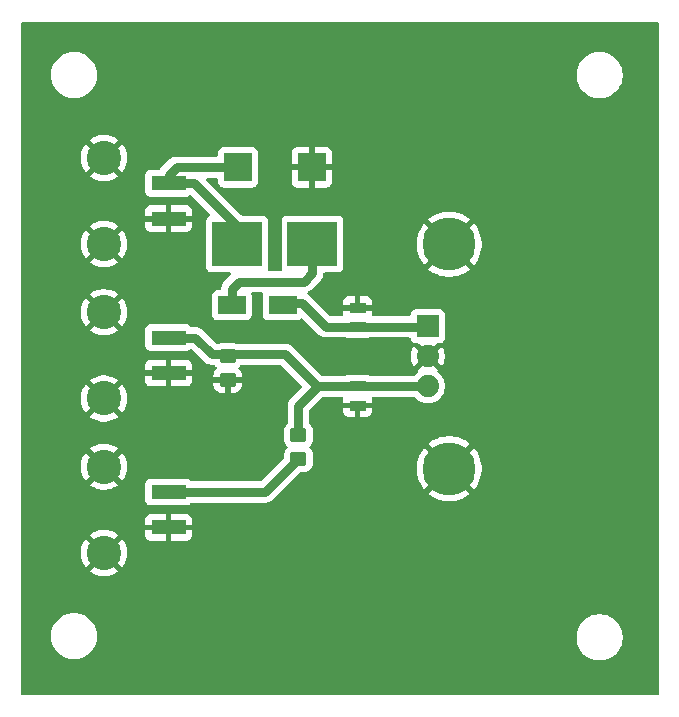
<source format=gbr>
%TF.GenerationSoftware,KiCad,Pcbnew,9.0.5*%
%TF.CreationDate,2026-01-09T15:49:09-08:00*%
%TF.ProjectId,Linear_Voltage_Regulator,4c696e65-6172-45f5-966f-6c746167655f,rev?*%
%TF.SameCoordinates,Original*%
%TF.FileFunction,Copper,L1,Top*%
%TF.FilePolarity,Positive*%
%FSLAX46Y46*%
G04 Gerber Fmt 4.6, Leading zero omitted, Abs format (unit mm)*
G04 Created by KiCad (PCBNEW 9.0.5) date 2026-01-09 15:49:09*
%MOMM*%
%LPD*%
G01*
G04 APERTURE LIST*
G04 Aperture macros list*
%AMRoundRect*
0 Rectangle with rounded corners*
0 $1 Rounding radius*
0 $2 $3 $4 $5 $6 $7 $8 $9 X,Y pos of 4 corners*
0 Add a 4 corners polygon primitive as box body*
4,1,4,$2,$3,$4,$5,$6,$7,$8,$9,$2,$3,0*
0 Add four circle primitives for the rounded corners*
1,1,$1+$1,$2,$3*
1,1,$1+$1,$4,$5*
1,1,$1+$1,$6,$7*
1,1,$1+$1,$8,$9*
0 Add four rect primitives between the rounded corners*
20,1,$1+$1,$2,$3,$4,$5,0*
20,1,$1+$1,$4,$5,$6,$7,0*
20,1,$1+$1,$6,$7,$8,$9,0*
20,1,$1+$1,$8,$9,$2,$3,0*%
G04 Aperture macros list end*
%TA.AperFunction,ComponentPad*%
%ADD10C,2.910000*%
%TD*%
%TA.AperFunction,SMDPad,CuDef*%
%ADD11R,2.920000X1.270000*%
%TD*%
%TA.AperFunction,SMDPad,CuDef*%
%ADD12R,2.350000X1.550000*%
%TD*%
%TA.AperFunction,SMDPad,CuDef*%
%ADD13R,1.390000X0.910000*%
%TD*%
%TA.AperFunction,ComponentPad*%
%ADD14R,1.890000X1.890000*%
%TD*%
%TA.AperFunction,ComponentPad*%
%ADD15C,1.890000*%
%TD*%
%TA.AperFunction,SMDPad,CuDef*%
%ADD16R,2.370000X2.430000*%
%TD*%
%TA.AperFunction,SMDPad,CuDef*%
%ADD17R,4.241800X3.810000*%
%TD*%
%TA.AperFunction,SMDPad,CuDef*%
%ADD18RoundRect,0.250000X-0.450000X0.350000X-0.450000X-0.350000X0.450000X-0.350000X0.450000X0.350000X0*%
%TD*%
%TA.AperFunction,SMDPad,CuDef*%
%ADD19R,1.430000X0.940000*%
%TD*%
%TA.AperFunction,ComponentPad*%
%ADD20C,4.500000*%
%TD*%
%TA.AperFunction,ViaPad*%
%ADD21C,0.600000*%
%TD*%
%TA.AperFunction,Conductor*%
%ADD22C,0.800000*%
%TD*%
%TA.AperFunction,Conductor*%
%ADD23C,0.200000*%
%TD*%
G04 APERTURE END LIST*
D10*
%TO.P,J3,4,4*%
%TO.N,GND*%
X135030000Y-107650000D03*
%TO.P,J3,3,3*%
X135030000Y-114950000D03*
D11*
%TO.P,J3,2,2*%
%TO.N,Net-(J3-Pad1)*%
X140500000Y-109800000D03*
%TO.P,J3,1,1*%
%TO.N,GND*%
X140500000Y-112800000D03*
%TD*%
D12*
%TO.P,D1,1*%
%TO.N,Net-(IC1-INPUT)*%
X150150000Y-93975000D03*
%TO.P,D1,2*%
%TO.N,Net-(D1-Pad2)*%
X145850000Y-93975000D03*
%TD*%
D13*
%TO.P,C2,1*%
%TO.N,Net-(IC1-INPUT)*%
X156500000Y-95820000D03*
%TO.P,C2,2*%
%TO.N,GND*%
X156500000Y-94180000D03*
%TD*%
D11*
%TO.P,J1,1,1*%
%TO.N,GND*%
X140500000Y-86650000D03*
%TO.P,J1,2,2*%
%TO.N,Net-(C1-Pad1)*%
X140500000Y-83650000D03*
D10*
%TO.P,J1,3,3*%
%TO.N,GND*%
X135030000Y-88800000D03*
%TO.P,J1,4,4*%
X135030000Y-81500000D03*
%TD*%
D14*
%TO.P,IC1,1,INPUT*%
%TO.N,Net-(IC1-INPUT)*%
X162450000Y-95760000D03*
D15*
%TO.P,IC1,2,COMMON*%
%TO.N,GND*%
X162450000Y-98300000D03*
%TO.P,IC1,3,OUTPUT*%
%TO.N,Net-(IC1-OUTPUT)*%
X162450000Y-100840000D03*
%TD*%
D16*
%TO.P,C1,1*%
%TO.N,Net-(C1-Pad1)*%
X146380000Y-82300000D03*
%TO.P,C1,2*%
%TO.N,GND*%
X152620000Y-82300000D03*
%TD*%
D17*
%TO.P,F1,1*%
%TO.N,Net-(C1-Pad1)*%
X146312300Y-88800000D03*
%TO.P,F1,2*%
%TO.N,Net-(D1-Pad2)*%
X152687700Y-88800000D03*
%TD*%
D18*
%TO.P,R2,1*%
%TO.N,Net-(IC1-OUTPUT)*%
X151500000Y-105000000D03*
%TO.P,R2,2*%
%TO.N,Net-(J3-Pad1)*%
X151500000Y-107000000D03*
%TD*%
D11*
%TO.P,J2,1,1*%
%TO.N,GND*%
X140500000Y-99725000D03*
%TO.P,J2,2,2*%
%TO.N,Net-(IC1-OUTPUT)*%
X140500000Y-96725000D03*
D10*
%TO.P,J2,3,3*%
%TO.N,GND*%
X135030000Y-101875000D03*
%TO.P,J2,4,4*%
X135030000Y-94575000D03*
%TD*%
D18*
%TO.P,R1,1*%
%TO.N,Net-(IC1-OUTPUT)*%
X145500000Y-98300000D03*
%TO.P,R1,2*%
%TO.N,GND*%
X145500000Y-100300000D03*
%TD*%
D19*
%TO.P,C3,1,1*%
%TO.N,Net-(IC1-OUTPUT)*%
X156500000Y-100835000D03*
%TO.P,C3,2,2*%
%TO.N,GND*%
X156500000Y-102475000D03*
%TD*%
D20*
%TO.P,U1,1,1*%
%TO.N,GND*%
X164259234Y-88821475D03*
%TO.P,U1,2,2*%
X164259234Y-107821475D03*
%TD*%
D21*
%TO.N,GND*%
X177000000Y-99588240D03*
X165970580Y-74500000D03*
X144205880Y-74500000D03*
X150735290Y-74500000D03*
X152911760Y-74500000D03*
X157764700Y-122000000D03*
X168647050Y-122000000D03*
X173000000Y-122000000D03*
X177000000Y-101764710D03*
X177000000Y-97411770D03*
X163794110Y-74500000D03*
X166470580Y-122000000D03*
X137676470Y-74500000D03*
X159941170Y-122000000D03*
X170823520Y-122000000D03*
X177000000Y-114823530D03*
X177000000Y-108294120D03*
X177000000Y-110470590D03*
X146500000Y-105500000D03*
X177000000Y-86529420D03*
X177000000Y-80000000D03*
X168147050Y-74500000D03*
X139852940Y-74500000D03*
X177000000Y-82176480D03*
X157264700Y-74500000D03*
X177000000Y-112647060D03*
X148558820Y-74500000D03*
X177000000Y-90882360D03*
X142029410Y-74500000D03*
X146500000Y-107500000D03*
X155088230Y-74500000D03*
X177000000Y-103941180D03*
X177000000Y-117000000D03*
X136000000Y-122000000D03*
X135500000Y-74500000D03*
X170323520Y-74500000D03*
X164294110Y-122000000D03*
X140352940Y-122000000D03*
X177000000Y-95235300D03*
X161617640Y-74500000D03*
X144705880Y-122000000D03*
X138176470Y-122000000D03*
X146500000Y-103500000D03*
X177000000Y-106117650D03*
X159441170Y-74500000D03*
X177000000Y-88705890D03*
X177000000Y-93058830D03*
X177000000Y-84352950D03*
X162117640Y-122000000D03*
X172500000Y-74500000D03*
X146382350Y-74500000D03*
X155588230Y-122000000D03*
X142529410Y-122000000D03*
%TD*%
D22*
%TO.N,Net-(J3-Pad1)*%
X148700000Y-109800000D02*
X151500000Y-107000000D01*
X140500000Y-109800000D02*
X148700000Y-109800000D01*
%TO.N,GND*%
X140524000Y-112776000D02*
X140500000Y-112800000D01*
%TO.N,Net-(J3-Pad1)*%
X140500000Y-109800000D02*
X140524000Y-109824000D01*
%TO.N,Net-(C1-Pad1)*%
X142675000Y-83650000D02*
X146312300Y-87287300D01*
X140500000Y-82975000D02*
X141175000Y-82300000D01*
X140500000Y-83650000D02*
X142675000Y-83650000D01*
X146312300Y-87287300D02*
X146312300Y-88800000D01*
D23*
X146312300Y-88287300D02*
X146312300Y-88800000D01*
D22*
X141175000Y-82300000D02*
X146380000Y-82300000D01*
X140500000Y-83650000D02*
X140500000Y-82975000D01*
D23*
%TO.N,Net-(IC1-INPUT)*%
X158440000Y-95820000D02*
X158500000Y-95760000D01*
D22*
X162450000Y-95760000D02*
X162415000Y-95795000D01*
X151825000Y-93800000D02*
X150150000Y-93800000D01*
X153820000Y-95795000D02*
X151825000Y-93800000D01*
X162415000Y-95795000D02*
X153820000Y-95795000D01*
%TO.N,Net-(D1-Pad2)*%
X152687700Y-88800000D02*
X152687700Y-91287300D01*
X152000000Y-91975000D02*
X146500000Y-91975000D01*
X146500000Y-91975000D02*
X145850000Y-92625000D01*
X152687700Y-91287300D02*
X152000000Y-91975000D01*
X145850000Y-92625000D02*
X145850000Y-93800000D01*
%TO.N,Net-(IC1-OUTPUT)*%
X151500000Y-105000000D02*
X151500000Y-102500000D01*
X142750000Y-96725000D02*
X140500000Y-96725000D01*
X145500000Y-98125000D02*
X144150000Y-98125000D01*
X154505000Y-100840000D02*
X154500000Y-100835000D01*
X153085000Y-100835000D02*
X150375000Y-98125000D01*
X162450000Y-100840000D02*
X154505000Y-100840000D01*
X153335000Y-100835000D02*
X153085000Y-100835000D01*
X144150000Y-98125000D02*
X142750000Y-96725000D01*
X162445000Y-100835000D02*
X162450000Y-100840000D01*
X154500000Y-100835000D02*
X153165000Y-100835000D01*
X153165000Y-100835000D02*
X151500000Y-102500000D01*
X158000000Y-100835000D02*
X162445000Y-100835000D01*
X150375000Y-98125000D02*
X145500000Y-98125000D01*
%TD*%
%TA.AperFunction,Conductor*%
%TO.N,GND*%
G36*
X181942539Y-70020185D02*
G01*
X181988294Y-70072989D01*
X181999500Y-70124500D01*
X181999500Y-126875500D01*
X181979815Y-126942539D01*
X181927011Y-126988294D01*
X181875500Y-126999500D01*
X128124500Y-126999500D01*
X128057461Y-126979815D01*
X128011706Y-126927011D01*
X128000500Y-126875500D01*
X128000500Y-121872149D01*
X130549500Y-121872149D01*
X130549500Y-122127850D01*
X130562665Y-122227843D01*
X130582874Y-122381340D01*
X130609669Y-122481340D01*
X130649050Y-122628312D01*
X130649053Y-122628322D01*
X130746894Y-122864531D01*
X130746899Y-122864542D01*
X130874734Y-123085957D01*
X130874745Y-123085973D01*
X131030388Y-123288811D01*
X131030394Y-123288818D01*
X131211181Y-123469605D01*
X131211187Y-123469610D01*
X131414035Y-123625261D01*
X131414042Y-123625265D01*
X131635457Y-123753100D01*
X131635462Y-123753102D01*
X131635465Y-123753104D01*
X131871687Y-123850950D01*
X132118660Y-123917126D01*
X132372157Y-123950500D01*
X132372164Y-123950500D01*
X132627836Y-123950500D01*
X132627843Y-123950500D01*
X132881340Y-123917126D01*
X133128313Y-123850950D01*
X133364535Y-123753104D01*
X133585965Y-123625261D01*
X133788813Y-123469610D01*
X133969610Y-123288813D01*
X134125261Y-123085965D01*
X134253104Y-122864535D01*
X134350950Y-122628313D01*
X134417126Y-122381340D01*
X134450500Y-122127843D01*
X134450500Y-121972149D01*
X175049500Y-121972149D01*
X175049500Y-122227850D01*
X175075457Y-122425007D01*
X175082874Y-122481340D01*
X175122258Y-122628322D01*
X175149050Y-122728312D01*
X175149053Y-122728322D01*
X175246894Y-122964531D01*
X175246899Y-122964542D01*
X175374734Y-123185957D01*
X175374745Y-123185973D01*
X175530388Y-123388811D01*
X175530394Y-123388818D01*
X175711181Y-123569605D01*
X175711188Y-123569611D01*
X175783713Y-123625261D01*
X175914035Y-123725261D01*
X175914042Y-123725265D01*
X176135457Y-123853100D01*
X176135462Y-123853102D01*
X176135465Y-123853104D01*
X176284426Y-123914805D01*
X176370600Y-123950500D01*
X176371687Y-123950950D01*
X176618660Y-124017126D01*
X176872157Y-124050500D01*
X176872164Y-124050500D01*
X177127836Y-124050500D01*
X177127843Y-124050500D01*
X177381340Y-124017126D01*
X177628313Y-123950950D01*
X177864535Y-123853104D01*
X178085965Y-123725261D01*
X178288813Y-123569610D01*
X178469610Y-123388813D01*
X178625261Y-123185965D01*
X178753104Y-122964535D01*
X178850950Y-122728313D01*
X178917126Y-122481340D01*
X178950500Y-122227843D01*
X178950500Y-121972157D01*
X178917126Y-121718660D01*
X178850950Y-121471687D01*
X178820280Y-121397644D01*
X178753105Y-121235468D01*
X178753100Y-121235457D01*
X178625265Y-121014042D01*
X178625261Y-121014035D01*
X178469610Y-120811187D01*
X178469605Y-120811181D01*
X178288818Y-120630394D01*
X178288811Y-120630388D01*
X178085973Y-120474745D01*
X178085971Y-120474743D01*
X178085965Y-120474739D01*
X178085960Y-120474736D01*
X178085957Y-120474734D01*
X177864542Y-120346899D01*
X177864531Y-120346894D01*
X177628322Y-120249053D01*
X177628315Y-120249051D01*
X177628313Y-120249050D01*
X177381340Y-120182874D01*
X177325007Y-120175457D01*
X177127850Y-120149500D01*
X177127843Y-120149500D01*
X176872157Y-120149500D01*
X176872149Y-120149500D01*
X176646826Y-120179165D01*
X176618660Y-120182874D01*
X176379733Y-120246894D01*
X176371687Y-120249050D01*
X176371677Y-120249053D01*
X176135468Y-120346894D01*
X176135457Y-120346899D01*
X175914042Y-120474734D01*
X175914026Y-120474745D01*
X175711188Y-120630388D01*
X175711181Y-120630394D01*
X175530394Y-120811181D01*
X175530388Y-120811188D01*
X175374745Y-121014026D01*
X175374734Y-121014042D01*
X175246899Y-121235457D01*
X175246894Y-121235468D01*
X175149053Y-121471677D01*
X175149050Y-121471687D01*
X175082874Y-121718661D01*
X175049500Y-121972149D01*
X134450500Y-121972149D01*
X134450500Y-121872157D01*
X134417126Y-121618660D01*
X134350950Y-121371687D01*
X134253104Y-121135465D01*
X134253102Y-121135462D01*
X134253100Y-121135457D01*
X134125265Y-120914042D01*
X134125261Y-120914035D01*
X133969610Y-120711187D01*
X133969605Y-120711181D01*
X133788818Y-120530394D01*
X133788811Y-120530388D01*
X133585973Y-120374745D01*
X133585971Y-120374743D01*
X133585965Y-120374739D01*
X133585960Y-120374736D01*
X133585957Y-120374734D01*
X133364542Y-120246899D01*
X133364531Y-120246894D01*
X133128322Y-120149053D01*
X133128315Y-120149051D01*
X133128313Y-120149050D01*
X132881340Y-120082874D01*
X132825007Y-120075457D01*
X132627850Y-120049500D01*
X132627843Y-120049500D01*
X132372157Y-120049500D01*
X132372149Y-120049500D01*
X132146826Y-120079165D01*
X132118660Y-120082874D01*
X131871687Y-120149050D01*
X131871677Y-120149053D01*
X131635468Y-120246894D01*
X131635457Y-120246899D01*
X131414042Y-120374734D01*
X131414026Y-120374745D01*
X131211188Y-120530388D01*
X131211181Y-120530394D01*
X131030394Y-120711181D01*
X131030388Y-120711188D01*
X130874745Y-120914026D01*
X130874734Y-120914042D01*
X130746899Y-121135457D01*
X130746894Y-121135468D01*
X130649053Y-121371677D01*
X130649050Y-121371687D01*
X130582874Y-121618661D01*
X130549500Y-121872149D01*
X128000500Y-121872149D01*
X128000500Y-114821862D01*
X133075000Y-114821862D01*
X133075000Y-115078137D01*
X133108448Y-115332209D01*
X133108451Y-115332222D01*
X133174779Y-115579765D01*
X133272849Y-115816526D01*
X133272851Y-115816530D01*
X133400989Y-116038469D01*
X133400990Y-116038470D01*
X133482174Y-116144271D01*
X134018536Y-115607908D01*
X134110878Y-115735005D01*
X134244995Y-115869122D01*
X134372089Y-115961461D01*
X133835727Y-116497823D01*
X133835727Y-116497824D01*
X133941529Y-116579009D01*
X133941530Y-116579010D01*
X134163469Y-116707148D01*
X134163473Y-116707150D01*
X134400234Y-116805220D01*
X134647777Y-116871548D01*
X134647790Y-116871551D01*
X134901862Y-116905000D01*
X135158138Y-116905000D01*
X135412209Y-116871551D01*
X135412222Y-116871548D01*
X135659765Y-116805220D01*
X135896526Y-116707150D01*
X135896530Y-116707148D01*
X136118479Y-116579005D01*
X136224271Y-116497826D01*
X136224271Y-116497823D01*
X135687909Y-115961462D01*
X135815005Y-115869122D01*
X135949122Y-115735005D01*
X136041462Y-115607910D01*
X136577823Y-116144271D01*
X136577826Y-116144271D01*
X136659005Y-116038479D01*
X136787148Y-115816530D01*
X136787150Y-115816526D01*
X136885220Y-115579765D01*
X136951548Y-115332222D01*
X136951551Y-115332209D01*
X136985000Y-115078137D01*
X136985000Y-114821862D01*
X136951551Y-114567790D01*
X136951548Y-114567777D01*
X136885220Y-114320234D01*
X136787150Y-114083473D01*
X136787148Y-114083469D01*
X136659010Y-113861530D01*
X136659009Y-113861529D01*
X136577824Y-113755727D01*
X136577823Y-113755727D01*
X136041461Y-114292089D01*
X135949122Y-114164995D01*
X135815005Y-114030878D01*
X135687908Y-113938536D01*
X136143601Y-113482844D01*
X138540000Y-113482844D01*
X138546401Y-113542372D01*
X138546403Y-113542379D01*
X138596645Y-113677086D01*
X138596649Y-113677093D01*
X138682809Y-113792187D01*
X138682812Y-113792190D01*
X138797906Y-113878350D01*
X138797913Y-113878354D01*
X138932620Y-113928596D01*
X138932627Y-113928598D01*
X138992155Y-113934999D01*
X138992172Y-113935000D01*
X140250000Y-113935000D01*
X140750000Y-113935000D01*
X142007828Y-113935000D01*
X142007844Y-113934999D01*
X142067372Y-113928598D01*
X142067379Y-113928596D01*
X142202086Y-113878354D01*
X142202093Y-113878350D01*
X142317187Y-113792190D01*
X142317190Y-113792187D01*
X142403350Y-113677093D01*
X142403354Y-113677086D01*
X142453596Y-113542379D01*
X142453598Y-113542372D01*
X142459999Y-113482844D01*
X142460000Y-113482827D01*
X142460000Y-113050000D01*
X140750000Y-113050000D01*
X140750000Y-113935000D01*
X140250000Y-113935000D01*
X140250000Y-113050000D01*
X138540000Y-113050000D01*
X138540000Y-113482844D01*
X136143601Y-113482844D01*
X136224271Y-113402174D01*
X136118470Y-113320990D01*
X136118469Y-113320989D01*
X135896530Y-113192851D01*
X135896526Y-113192849D01*
X135704234Y-113113199D01*
X135704232Y-113113198D01*
X135659767Y-113094780D01*
X135659769Y-113094780D01*
X135412222Y-113028451D01*
X135412209Y-113028448D01*
X135158138Y-112995000D01*
X134901862Y-112995000D01*
X134647790Y-113028448D01*
X134647777Y-113028451D01*
X134400234Y-113094779D01*
X134163473Y-113192849D01*
X134163469Y-113192851D01*
X133941530Y-113320989D01*
X133941520Y-113320995D01*
X133835727Y-113402173D01*
X133835727Y-113402174D01*
X134372090Y-113938537D01*
X134244995Y-114030878D01*
X134110878Y-114164995D01*
X134018537Y-114292090D01*
X133482174Y-113755727D01*
X133482173Y-113755727D01*
X133400995Y-113861520D01*
X133400989Y-113861530D01*
X133272851Y-114083469D01*
X133272849Y-114083473D01*
X133174779Y-114320234D01*
X133108451Y-114567777D01*
X133108448Y-114567790D01*
X133075000Y-114821862D01*
X128000500Y-114821862D01*
X128000500Y-112117155D01*
X138540000Y-112117155D01*
X138540000Y-112550000D01*
X140250000Y-112550000D01*
X140750000Y-112550000D01*
X142460000Y-112550000D01*
X142460000Y-112117172D01*
X142459999Y-112117155D01*
X142453598Y-112057627D01*
X142453596Y-112057620D01*
X142403354Y-111922913D01*
X142403350Y-111922906D01*
X142317190Y-111807812D01*
X142317187Y-111807809D01*
X142202093Y-111721649D01*
X142202086Y-111721645D01*
X142067379Y-111671403D01*
X142067372Y-111671401D01*
X142007844Y-111665000D01*
X140750000Y-111665000D01*
X140750000Y-112550000D01*
X140250000Y-112550000D01*
X140250000Y-111665000D01*
X138992155Y-111665000D01*
X138932627Y-111671401D01*
X138932620Y-111671403D01*
X138797913Y-111721645D01*
X138797906Y-111721649D01*
X138682812Y-111807809D01*
X138682809Y-111807812D01*
X138596649Y-111922906D01*
X138596645Y-111922913D01*
X138546403Y-112057620D01*
X138546401Y-112057627D01*
X138540000Y-112117155D01*
X128000500Y-112117155D01*
X128000500Y-107521862D01*
X133075000Y-107521862D01*
X133075000Y-107778137D01*
X133108448Y-108032209D01*
X133108451Y-108032222D01*
X133174779Y-108279765D01*
X133272849Y-108516526D01*
X133272851Y-108516530D01*
X133400989Y-108738469D01*
X133400990Y-108738470D01*
X133482174Y-108844271D01*
X134018536Y-108307908D01*
X134110878Y-108435005D01*
X134244995Y-108569122D01*
X134372089Y-108661461D01*
X133835727Y-109197823D01*
X133835727Y-109197824D01*
X133941529Y-109279009D01*
X133941530Y-109279010D01*
X134163469Y-109407148D01*
X134163473Y-109407150D01*
X134400234Y-109505220D01*
X134647777Y-109571548D01*
X134647790Y-109571551D01*
X134901862Y-109605000D01*
X135158138Y-109605000D01*
X135412209Y-109571551D01*
X135412222Y-109571548D01*
X135659765Y-109505220D01*
X135896526Y-109407150D01*
X135896530Y-109407148D01*
X136118479Y-109279005D01*
X136224271Y-109197826D01*
X136224271Y-109197823D01*
X135687909Y-108661462D01*
X135815005Y-108569122D01*
X135949122Y-108435005D01*
X136041462Y-108307910D01*
X136577823Y-108844271D01*
X136577826Y-108844271D01*
X136659005Y-108738479D01*
X136787148Y-108516530D01*
X136787150Y-108516526D01*
X136885220Y-108279765D01*
X136951548Y-108032222D01*
X136951551Y-108032209D01*
X136985000Y-107778137D01*
X136985000Y-107521862D01*
X136951551Y-107267790D01*
X136951548Y-107267777D01*
X136885220Y-107020234D01*
X136787150Y-106783473D01*
X136787148Y-106783469D01*
X136659010Y-106561530D01*
X136659009Y-106561529D01*
X136577824Y-106455727D01*
X136577823Y-106455727D01*
X136041461Y-106992089D01*
X135949122Y-106864995D01*
X135815005Y-106730878D01*
X135687908Y-106638536D01*
X136224271Y-106102174D01*
X136118470Y-106020990D01*
X136118469Y-106020989D01*
X135896530Y-105892851D01*
X135896526Y-105892849D01*
X135659765Y-105794779D01*
X135412222Y-105728451D01*
X135412209Y-105728448D01*
X135158138Y-105695000D01*
X134901862Y-105695000D01*
X134647790Y-105728448D01*
X134647777Y-105728451D01*
X134400234Y-105794779D01*
X134163473Y-105892849D01*
X134163469Y-105892851D01*
X133941530Y-106020989D01*
X133941520Y-106020995D01*
X133835727Y-106102173D01*
X133835727Y-106102174D01*
X134372090Y-106638537D01*
X134244995Y-106730878D01*
X134110878Y-106864995D01*
X134018537Y-106992090D01*
X133482174Y-106455727D01*
X133482173Y-106455727D01*
X133400995Y-106561520D01*
X133400989Y-106561530D01*
X133272851Y-106783469D01*
X133272849Y-106783473D01*
X133174779Y-107020234D01*
X133108451Y-107267777D01*
X133108448Y-107267790D01*
X133075000Y-107521862D01*
X128000500Y-107521862D01*
X128000500Y-101746862D01*
X133075000Y-101746862D01*
X133075000Y-102003137D01*
X133108448Y-102257209D01*
X133108451Y-102257222D01*
X133174779Y-102504765D01*
X133272849Y-102741526D01*
X133272851Y-102741530D01*
X133400989Y-102963469D01*
X133400990Y-102963470D01*
X133482174Y-103069271D01*
X134018536Y-102532908D01*
X134110878Y-102660005D01*
X134244995Y-102794122D01*
X134372089Y-102886461D01*
X133835727Y-103422823D01*
X133835727Y-103422824D01*
X133941529Y-103504009D01*
X133941530Y-103504010D01*
X134163469Y-103632148D01*
X134163473Y-103632150D01*
X134400234Y-103730220D01*
X134647777Y-103796548D01*
X134647790Y-103796551D01*
X134901862Y-103830000D01*
X135158138Y-103830000D01*
X135412209Y-103796551D01*
X135412222Y-103796548D01*
X135659765Y-103730220D01*
X135896526Y-103632150D01*
X135896530Y-103632148D01*
X136118479Y-103504005D01*
X136224271Y-103422826D01*
X136224271Y-103422823D01*
X135687909Y-102886462D01*
X135815005Y-102794122D01*
X135949122Y-102660005D01*
X136041462Y-102532910D01*
X136577823Y-103069271D01*
X136577826Y-103069271D01*
X136659005Y-102963479D01*
X136787148Y-102741530D01*
X136787150Y-102741526D01*
X136885220Y-102504765D01*
X136951548Y-102257222D01*
X136951551Y-102257209D01*
X136985000Y-102003137D01*
X136985000Y-101746862D01*
X136951551Y-101492790D01*
X136951548Y-101492777D01*
X136885220Y-101245234D01*
X136787150Y-101008473D01*
X136787148Y-101008469D01*
X136659010Y-100786530D01*
X136659009Y-100786529D01*
X136577824Y-100680727D01*
X136577823Y-100680727D01*
X136041461Y-101217089D01*
X135949122Y-101089995D01*
X135815005Y-100955878D01*
X135687908Y-100863536D01*
X136143601Y-100407844D01*
X138540000Y-100407844D01*
X138546401Y-100467372D01*
X138546403Y-100467379D01*
X138596645Y-100602086D01*
X138596649Y-100602093D01*
X138682809Y-100717187D01*
X138682812Y-100717190D01*
X138797906Y-100803350D01*
X138797913Y-100803354D01*
X138932620Y-100853596D01*
X138932627Y-100853598D01*
X138992155Y-100859999D01*
X138992172Y-100860000D01*
X140250000Y-100860000D01*
X140750000Y-100860000D01*
X142007828Y-100860000D01*
X142007844Y-100859999D01*
X142067372Y-100853598D01*
X142067379Y-100853596D01*
X142202086Y-100803354D01*
X142202093Y-100803350D01*
X142317187Y-100717190D01*
X142317190Y-100717187D01*
X142330067Y-100699986D01*
X144300001Y-100699986D01*
X144310494Y-100802697D01*
X144365641Y-100969119D01*
X144365643Y-100969124D01*
X144457684Y-101118345D01*
X144581654Y-101242315D01*
X144730875Y-101334356D01*
X144730880Y-101334358D01*
X144897302Y-101389505D01*
X144897309Y-101389506D01*
X145000019Y-101399999D01*
X145249999Y-101399999D01*
X145750000Y-101399999D01*
X145999972Y-101399999D01*
X145999986Y-101399998D01*
X146102697Y-101389505D01*
X146269119Y-101334358D01*
X146269124Y-101334356D01*
X146418345Y-101242315D01*
X146542315Y-101118345D01*
X146634356Y-100969124D01*
X146634358Y-100969119D01*
X146689505Y-100802697D01*
X146689506Y-100802690D01*
X146699999Y-100699986D01*
X146700000Y-100699973D01*
X146700000Y-100550000D01*
X145750000Y-100550000D01*
X145750000Y-101399999D01*
X145249999Y-101399999D01*
X145250000Y-101399998D01*
X145250000Y-100550000D01*
X144300001Y-100550000D01*
X144300001Y-100699986D01*
X142330067Y-100699986D01*
X142403350Y-100602093D01*
X142403354Y-100602086D01*
X142453598Y-100467376D01*
X142459999Y-100407844D01*
X142460000Y-100407827D01*
X142460000Y-99975000D01*
X140750000Y-99975000D01*
X140750000Y-100860000D01*
X140250000Y-100860000D01*
X140250000Y-99975000D01*
X138540000Y-99975000D01*
X138540000Y-100407844D01*
X136143601Y-100407844D01*
X136224271Y-100327174D01*
X136118470Y-100245990D01*
X136118469Y-100245989D01*
X135896530Y-100117851D01*
X135896526Y-100117849D01*
X135704234Y-100038199D01*
X135704232Y-100038198D01*
X135659767Y-100019780D01*
X135659769Y-100019780D01*
X135412222Y-99953451D01*
X135412209Y-99953448D01*
X135158138Y-99920000D01*
X134901862Y-99920000D01*
X134647790Y-99953448D01*
X134647777Y-99953451D01*
X134400234Y-100019779D01*
X134163473Y-100117849D01*
X134163469Y-100117851D01*
X133941530Y-100245989D01*
X133941520Y-100245995D01*
X133835727Y-100327173D01*
X133835727Y-100327174D01*
X134372090Y-100863537D01*
X134244995Y-100955878D01*
X134110878Y-101089995D01*
X134018537Y-101217090D01*
X133482174Y-100680727D01*
X133482173Y-100680727D01*
X133400995Y-100786520D01*
X133400989Y-100786530D01*
X133272851Y-101008469D01*
X133272849Y-101008473D01*
X133174779Y-101245234D01*
X133108451Y-101492777D01*
X133108448Y-101492790D01*
X133075000Y-101746862D01*
X128000500Y-101746862D01*
X128000500Y-99042155D01*
X138540000Y-99042155D01*
X138540000Y-99475000D01*
X140250000Y-99475000D01*
X140750000Y-99475000D01*
X142460000Y-99475000D01*
X142460000Y-99042172D01*
X142459999Y-99042155D01*
X142453598Y-98982627D01*
X142453596Y-98982620D01*
X142403354Y-98847913D01*
X142403350Y-98847906D01*
X142317190Y-98732812D01*
X142317187Y-98732809D01*
X142202093Y-98646649D01*
X142202086Y-98646645D01*
X142067379Y-98596403D01*
X142067372Y-98596401D01*
X142007844Y-98590000D01*
X140750000Y-98590000D01*
X140750000Y-99475000D01*
X140250000Y-99475000D01*
X140250000Y-98590000D01*
X138992155Y-98590000D01*
X138932627Y-98596401D01*
X138932620Y-98596403D01*
X138797913Y-98646645D01*
X138797906Y-98646649D01*
X138682812Y-98732809D01*
X138682809Y-98732812D01*
X138596649Y-98847906D01*
X138596645Y-98847913D01*
X138546403Y-98982620D01*
X138546401Y-98982627D01*
X138540000Y-99042155D01*
X128000500Y-99042155D01*
X128000500Y-94446862D01*
X133075000Y-94446862D01*
X133075000Y-94703137D01*
X133108448Y-94957209D01*
X133108451Y-94957222D01*
X133174779Y-95204765D01*
X133272849Y-95441526D01*
X133272851Y-95441530D01*
X133400989Y-95663469D01*
X133400990Y-95663470D01*
X133482174Y-95769271D01*
X134018536Y-95232908D01*
X134110878Y-95360005D01*
X134244995Y-95494122D01*
X134372089Y-95586461D01*
X133835727Y-96122823D01*
X133835727Y-96122824D01*
X133941529Y-96204009D01*
X133941530Y-96204010D01*
X134163469Y-96332148D01*
X134163473Y-96332150D01*
X134400234Y-96430220D01*
X134647777Y-96496548D01*
X134647790Y-96496551D01*
X134901862Y-96530000D01*
X135158138Y-96530000D01*
X135412209Y-96496551D01*
X135412222Y-96496548D01*
X135659765Y-96430220D01*
X135896526Y-96332150D01*
X135896530Y-96332148D01*
X136118479Y-96204005D01*
X136224271Y-96122826D01*
X136224271Y-96122823D01*
X135687909Y-95586462D01*
X135815005Y-95494122D01*
X135949122Y-95360005D01*
X136041462Y-95232910D01*
X136577823Y-95769271D01*
X136577826Y-95769271D01*
X136659005Y-95663479D01*
X136787148Y-95441530D01*
X136787150Y-95441526D01*
X136885220Y-95204765D01*
X136951548Y-94957222D01*
X136951551Y-94957209D01*
X136985000Y-94703137D01*
X136985000Y-94446862D01*
X136951551Y-94192790D01*
X136951548Y-94192777D01*
X136885220Y-93945234D01*
X136787150Y-93708473D01*
X136787148Y-93708469D01*
X136659010Y-93486530D01*
X136659009Y-93486529D01*
X136577824Y-93380727D01*
X136577823Y-93380727D01*
X136041461Y-93917089D01*
X135949122Y-93789995D01*
X135815005Y-93655878D01*
X135687908Y-93563536D01*
X136224271Y-93027174D01*
X136118470Y-92945990D01*
X136118469Y-92945989D01*
X135896530Y-92817851D01*
X135896526Y-92817849D01*
X135659765Y-92719779D01*
X135412222Y-92653451D01*
X135412209Y-92653448D01*
X135158138Y-92620000D01*
X134901862Y-92620000D01*
X134647790Y-92653448D01*
X134647777Y-92653451D01*
X134400234Y-92719779D01*
X134163473Y-92817849D01*
X134163469Y-92817851D01*
X133941530Y-92945989D01*
X133941520Y-92945995D01*
X133835727Y-93027173D01*
X133835727Y-93027174D01*
X134372090Y-93563537D01*
X134244995Y-93655878D01*
X134110878Y-93789995D01*
X134018537Y-93917090D01*
X133482174Y-93380727D01*
X133482173Y-93380727D01*
X133400995Y-93486520D01*
X133400989Y-93486530D01*
X133272851Y-93708469D01*
X133272849Y-93708473D01*
X133174779Y-93945234D01*
X133108451Y-94192777D01*
X133108448Y-94192790D01*
X133075000Y-94446862D01*
X128000500Y-94446862D01*
X128000500Y-88671862D01*
X133075000Y-88671862D01*
X133075000Y-88928137D01*
X133108448Y-89182209D01*
X133108451Y-89182222D01*
X133174779Y-89429765D01*
X133272849Y-89666526D01*
X133272851Y-89666530D01*
X133400989Y-89888469D01*
X133400990Y-89888470D01*
X133482174Y-89994271D01*
X134018536Y-89457908D01*
X134110878Y-89585005D01*
X134244995Y-89719122D01*
X134372089Y-89811461D01*
X133835727Y-90347823D01*
X133835727Y-90347824D01*
X133941529Y-90429009D01*
X133941530Y-90429010D01*
X134163469Y-90557148D01*
X134163473Y-90557150D01*
X134400234Y-90655220D01*
X134647777Y-90721548D01*
X134647790Y-90721551D01*
X134901862Y-90755000D01*
X135158138Y-90755000D01*
X135412209Y-90721551D01*
X135412222Y-90721548D01*
X135659765Y-90655220D01*
X135896526Y-90557150D01*
X135896530Y-90557148D01*
X136118479Y-90429005D01*
X136224271Y-90347826D01*
X136224271Y-90347823D01*
X135687909Y-89811462D01*
X135815005Y-89719122D01*
X135949122Y-89585005D01*
X136041462Y-89457910D01*
X136577823Y-89994271D01*
X136577826Y-89994271D01*
X136659005Y-89888479D01*
X136787148Y-89666530D01*
X136787150Y-89666526D01*
X136885220Y-89429765D01*
X136951548Y-89182222D01*
X136951551Y-89182209D01*
X136985000Y-88928137D01*
X136985000Y-88671862D01*
X136951551Y-88417790D01*
X136951548Y-88417777D01*
X136885220Y-88170234D01*
X136787150Y-87933473D01*
X136787148Y-87933469D01*
X136659010Y-87711530D01*
X136659009Y-87711529D01*
X136577824Y-87605727D01*
X136577823Y-87605727D01*
X136041461Y-88142089D01*
X135949122Y-88014995D01*
X135815005Y-87880878D01*
X135687908Y-87788536D01*
X136143601Y-87332844D01*
X138540000Y-87332844D01*
X138546401Y-87392372D01*
X138546403Y-87392379D01*
X138596645Y-87527086D01*
X138596649Y-87527093D01*
X138682809Y-87642187D01*
X138682812Y-87642190D01*
X138797906Y-87728350D01*
X138797913Y-87728354D01*
X138932620Y-87778596D01*
X138932627Y-87778598D01*
X138992155Y-87784999D01*
X138992172Y-87785000D01*
X140250000Y-87785000D01*
X140750000Y-87785000D01*
X142007828Y-87785000D01*
X142007844Y-87784999D01*
X142067372Y-87778598D01*
X142067379Y-87778596D01*
X142202086Y-87728354D01*
X142202093Y-87728350D01*
X142317187Y-87642190D01*
X142317190Y-87642187D01*
X142403350Y-87527093D01*
X142403354Y-87527086D01*
X142453596Y-87392379D01*
X142453598Y-87392372D01*
X142459999Y-87332844D01*
X142460000Y-87332827D01*
X142460000Y-86900000D01*
X140750000Y-86900000D01*
X140750000Y-87785000D01*
X140250000Y-87785000D01*
X140250000Y-86900000D01*
X138540000Y-86900000D01*
X138540000Y-87332844D01*
X136143601Y-87332844D01*
X136224271Y-87252174D01*
X136118470Y-87170990D01*
X136118469Y-87170989D01*
X135896530Y-87042851D01*
X135896526Y-87042849D01*
X135704234Y-86963199D01*
X135704232Y-86963198D01*
X135659767Y-86944780D01*
X135659769Y-86944780D01*
X135412222Y-86878451D01*
X135412209Y-86878448D01*
X135158138Y-86845000D01*
X134901862Y-86845000D01*
X134647790Y-86878448D01*
X134647777Y-86878451D01*
X134400234Y-86944779D01*
X134163473Y-87042849D01*
X134163469Y-87042851D01*
X133941530Y-87170989D01*
X133941520Y-87170995D01*
X133835727Y-87252173D01*
X133835727Y-87252174D01*
X134372090Y-87788537D01*
X134244995Y-87880878D01*
X134110878Y-88014995D01*
X134018537Y-88142090D01*
X133482174Y-87605727D01*
X133482173Y-87605727D01*
X133400995Y-87711520D01*
X133400989Y-87711530D01*
X133272851Y-87933469D01*
X133272849Y-87933473D01*
X133174779Y-88170234D01*
X133108451Y-88417777D01*
X133108448Y-88417790D01*
X133075000Y-88671862D01*
X128000500Y-88671862D01*
X128000500Y-85967155D01*
X138540000Y-85967155D01*
X138540000Y-86400000D01*
X140250000Y-86400000D01*
X140750000Y-86400000D01*
X142460000Y-86400000D01*
X142460000Y-85967172D01*
X142459999Y-85967155D01*
X142453598Y-85907627D01*
X142453596Y-85907620D01*
X142403354Y-85772913D01*
X142403350Y-85772906D01*
X142317190Y-85657812D01*
X142317187Y-85657809D01*
X142202093Y-85571649D01*
X142202086Y-85571645D01*
X142067379Y-85521403D01*
X142067372Y-85521401D01*
X142007844Y-85515000D01*
X140750000Y-85515000D01*
X140750000Y-86400000D01*
X140250000Y-86400000D01*
X140250000Y-85515000D01*
X138992155Y-85515000D01*
X138932627Y-85521401D01*
X138932620Y-85521403D01*
X138797913Y-85571645D01*
X138797906Y-85571649D01*
X138682812Y-85657809D01*
X138682809Y-85657812D01*
X138596649Y-85772906D01*
X138596645Y-85772913D01*
X138546403Y-85907620D01*
X138546401Y-85907627D01*
X138540000Y-85967155D01*
X128000500Y-85967155D01*
X128000500Y-81371862D01*
X133075000Y-81371862D01*
X133075000Y-81628137D01*
X133108448Y-81882209D01*
X133108451Y-81882222D01*
X133174779Y-82129765D01*
X133272849Y-82366526D01*
X133272851Y-82366530D01*
X133400989Y-82588469D01*
X133400990Y-82588470D01*
X133482174Y-82694271D01*
X134018536Y-82157908D01*
X134110878Y-82285005D01*
X134244995Y-82419122D01*
X134372089Y-82511461D01*
X133835727Y-83047823D01*
X133835727Y-83047824D01*
X133941529Y-83129009D01*
X133941530Y-83129010D01*
X134163469Y-83257148D01*
X134163473Y-83257150D01*
X134400234Y-83355220D01*
X134647777Y-83421548D01*
X134647790Y-83421551D01*
X134901862Y-83455000D01*
X135158138Y-83455000D01*
X135412209Y-83421551D01*
X135412222Y-83421548D01*
X135659765Y-83355220D01*
X135896526Y-83257150D01*
X135896530Y-83257148D01*
X136118479Y-83129005D01*
X136224271Y-83047826D01*
X136224271Y-83047823D01*
X136143583Y-82967135D01*
X138539500Y-82967135D01*
X138539500Y-84332870D01*
X138539501Y-84332876D01*
X138545908Y-84392483D01*
X138596202Y-84527328D01*
X138596206Y-84527335D01*
X138682452Y-84642544D01*
X138682455Y-84642547D01*
X138797664Y-84728793D01*
X138797671Y-84728797D01*
X138932517Y-84779091D01*
X138932516Y-84779091D01*
X138939444Y-84779835D01*
X138992127Y-84785500D01*
X142007872Y-84785499D01*
X142067483Y-84779091D01*
X142202331Y-84728796D01*
X142259804Y-84685772D01*
X142275280Y-84674187D01*
X142340744Y-84649769D01*
X142409017Y-84664620D01*
X142437272Y-84685772D01*
X143997367Y-86245867D01*
X144030852Y-86307190D01*
X144025868Y-86376882D01*
X143983996Y-86432815D01*
X143953022Y-86449729D01*
X143949072Y-86451202D01*
X143949064Y-86451206D01*
X143833855Y-86537452D01*
X143833852Y-86537455D01*
X143747606Y-86652664D01*
X143747602Y-86652671D01*
X143697308Y-86787517D01*
X143690901Y-86847116D01*
X143690901Y-86847123D01*
X143690900Y-86847135D01*
X143690900Y-90752870D01*
X143690901Y-90752876D01*
X143697308Y-90812483D01*
X143747602Y-90947328D01*
X143747606Y-90947335D01*
X143833852Y-91062544D01*
X143833855Y-91062547D01*
X143949064Y-91148793D01*
X143949071Y-91148797D01*
X144083917Y-91199091D01*
X144083916Y-91199091D01*
X144090844Y-91199835D01*
X144143527Y-91205500D01*
X145696638Y-91205499D01*
X145763677Y-91225184D01*
X145809432Y-91277987D01*
X145819376Y-91347146D01*
X145790351Y-91410702D01*
X145784319Y-91417180D01*
X145150536Y-92050963D01*
X145143639Y-92061285D01*
X145143628Y-92061303D01*
X145142032Y-92063692D01*
X145051987Y-92198453D01*
X145035745Y-92237666D01*
X145032191Y-92246245D01*
X145032189Y-92246249D01*
X144984105Y-92362333D01*
X144984103Y-92362341D01*
X144949500Y-92536303D01*
X144949500Y-92575500D01*
X144929815Y-92642539D01*
X144877011Y-92688294D01*
X144825501Y-92699500D01*
X144627130Y-92699500D01*
X144627123Y-92699501D01*
X144567516Y-92705908D01*
X144432671Y-92756202D01*
X144432664Y-92756206D01*
X144317455Y-92842452D01*
X144317452Y-92842455D01*
X144231206Y-92957664D01*
X144231202Y-92957671D01*
X144180908Y-93092517D01*
X144174501Y-93152116D01*
X144174501Y-93152123D01*
X144174500Y-93152135D01*
X144174500Y-94797870D01*
X144174501Y-94797876D01*
X144180908Y-94857483D01*
X144231202Y-94992328D01*
X144231206Y-94992335D01*
X144317452Y-95107544D01*
X144317455Y-95107547D01*
X144432664Y-95193793D01*
X144432671Y-95193797D01*
X144567517Y-95244091D01*
X144567516Y-95244091D01*
X144574444Y-95244835D01*
X144627127Y-95250500D01*
X147072872Y-95250499D01*
X147132483Y-95244091D01*
X147267331Y-95193796D01*
X147382546Y-95107546D01*
X147468796Y-94992331D01*
X147519091Y-94857483D01*
X147525500Y-94797873D01*
X147525499Y-93152128D01*
X147519091Y-93092517D01*
X147500559Y-93042832D01*
X147495576Y-92973142D01*
X147529061Y-92911819D01*
X147590384Y-92878334D01*
X147616742Y-92875500D01*
X148383258Y-92875500D01*
X148450297Y-92895185D01*
X148496052Y-92947989D01*
X148505996Y-93017147D01*
X148499440Y-93042834D01*
X148480908Y-93092518D01*
X148474501Y-93152116D01*
X148474501Y-93152123D01*
X148474500Y-93152135D01*
X148474500Y-94797870D01*
X148474501Y-94797876D01*
X148480908Y-94857483D01*
X148531202Y-94992328D01*
X148531206Y-94992335D01*
X148617452Y-95107544D01*
X148617455Y-95107547D01*
X148732664Y-95193793D01*
X148732671Y-95193797D01*
X148867517Y-95244091D01*
X148867516Y-95244091D01*
X148874444Y-95244835D01*
X148927127Y-95250500D01*
X151372872Y-95250499D01*
X151432483Y-95244091D01*
X151567331Y-95193796D01*
X151682546Y-95107546D01*
X151682548Y-95107542D01*
X151683115Y-95106977D01*
X151683822Y-95106590D01*
X151689645Y-95102232D01*
X151690271Y-95103069D01*
X151744438Y-95073492D01*
X151814130Y-95078476D01*
X151858477Y-95106977D01*
X153245966Y-96494466D01*
X153287725Y-96522367D01*
X153305040Y-96533936D01*
X153393453Y-96593013D01*
X153464152Y-96622297D01*
X153470595Y-96624965D01*
X153470599Y-96624968D01*
X153511099Y-96641743D01*
X153557334Y-96660895D01*
X153731303Y-96695499D01*
X153731307Y-96695500D01*
X153731308Y-96695500D01*
X153731309Y-96695500D01*
X155490278Y-96695500D01*
X155557317Y-96715185D01*
X155561965Y-96718412D01*
X155562670Y-96718797D01*
X155697517Y-96769091D01*
X155697516Y-96769091D01*
X155704444Y-96769835D01*
X155757127Y-96775500D01*
X157242872Y-96775499D01*
X157302483Y-96769091D01*
X157345966Y-96752873D01*
X157437329Y-96718797D01*
X157445112Y-96714547D01*
X157446050Y-96716264D01*
X157500875Y-96695816D01*
X157509722Y-96695500D01*
X160886949Y-96695500D01*
X160953988Y-96715185D01*
X160999743Y-96767989D01*
X161010239Y-96806251D01*
X161010908Y-96812482D01*
X161061202Y-96947328D01*
X161061206Y-96947335D01*
X161147452Y-97062544D01*
X161147455Y-97062547D01*
X161262664Y-97148793D01*
X161262671Y-97148797D01*
X161307618Y-97165561D01*
X161397517Y-97199091D01*
X161457127Y-97205500D01*
X161657693Y-97205499D01*
X161724730Y-97225183D01*
X161745372Y-97241818D01*
X162217819Y-97714265D01*
X162151583Y-97741702D01*
X162048399Y-97810647D01*
X161960647Y-97898399D01*
X161891702Y-98001583D01*
X161864266Y-98067819D01*
X161266716Y-97470269D01*
X161266716Y-97470270D01*
X161214125Y-97542654D01*
X161110864Y-97745315D01*
X161040581Y-97961623D01*
X161040581Y-97961626D01*
X161005000Y-98186276D01*
X161005000Y-98413723D01*
X161040581Y-98638373D01*
X161040581Y-98638376D01*
X161110864Y-98854684D01*
X161214121Y-99057337D01*
X161214125Y-99057343D01*
X161266716Y-99129728D01*
X161266717Y-99129729D01*
X161864265Y-98532180D01*
X161891702Y-98598417D01*
X161960647Y-98701601D01*
X162048399Y-98789353D01*
X162151583Y-98858298D01*
X162217819Y-98885734D01*
X161620270Y-99483282D01*
X161621227Y-99495442D01*
X161643789Y-99524701D01*
X161649768Y-99594314D01*
X161617162Y-99656109D01*
X161601124Y-99670006D01*
X161508326Y-99737429D01*
X161508317Y-99737436D01*
X161347573Y-99898181D01*
X161286250Y-99931666D01*
X161259892Y-99934500D01*
X157911308Y-99934500D01*
X157898152Y-99937117D01*
X157873960Y-99939500D01*
X157522487Y-99939500D01*
X157463058Y-99924331D01*
X157457330Y-99921203D01*
X157322482Y-99870908D01*
X157322483Y-99870908D01*
X157262883Y-99864501D01*
X157262881Y-99864500D01*
X157262873Y-99864500D01*
X157262864Y-99864500D01*
X155737129Y-99864500D01*
X155737123Y-99864501D01*
X155677516Y-99870908D01*
X155542669Y-99921203D01*
X155536942Y-99924331D01*
X155477513Y-99939500D01*
X154626041Y-99939500D01*
X154601849Y-99937117D01*
X154588693Y-99934500D01*
X154588692Y-99934500D01*
X154588691Y-99934500D01*
X153509361Y-99934500D01*
X153442322Y-99914815D01*
X153421680Y-99898181D01*
X151792585Y-98269085D01*
X150949039Y-97425538D01*
X150949038Y-97425537D01*
X150922597Y-97407870D01*
X150846895Y-97357288D01*
X150801547Y-97326987D01*
X150719606Y-97293046D01*
X150715140Y-97291196D01*
X150715136Y-97291194D01*
X150637666Y-97259105D01*
X150637658Y-97259103D01*
X150463696Y-97224500D01*
X150463692Y-97224500D01*
X150463691Y-97224500D01*
X146166562Y-97224500D01*
X146127559Y-97218206D01*
X146102799Y-97210001D01*
X146102795Y-97210000D01*
X146000010Y-97199500D01*
X144999998Y-97199500D01*
X144999980Y-97199501D01*
X144897203Y-97210000D01*
X144878617Y-97216159D01*
X144872441Y-97218206D01*
X144833438Y-97224500D01*
X144574362Y-97224500D01*
X144507323Y-97204815D01*
X144486681Y-97188181D01*
X143324039Y-96025538D01*
X143324034Y-96025534D01*
X143288235Y-96001615D01*
X143259653Y-95982517D01*
X143176547Y-95926987D01*
X143094606Y-95893046D01*
X143012666Y-95859105D01*
X143012658Y-95859103D01*
X142838696Y-95824500D01*
X142838692Y-95824500D01*
X142838691Y-95824500D01*
X142448521Y-95824500D01*
X142381482Y-95804815D01*
X142349254Y-95774810D01*
X142317550Y-95732458D01*
X142317547Y-95732455D01*
X142317546Y-95732454D01*
X142317542Y-95732451D01*
X142202335Y-95646206D01*
X142202328Y-95646202D01*
X142067482Y-95595908D01*
X142067483Y-95595908D01*
X142007883Y-95589501D01*
X142007881Y-95589500D01*
X142007873Y-95589500D01*
X142007864Y-95589500D01*
X138992129Y-95589500D01*
X138992123Y-95589501D01*
X138932516Y-95595908D01*
X138797671Y-95646202D01*
X138797664Y-95646206D01*
X138682455Y-95732452D01*
X138682452Y-95732455D01*
X138596206Y-95847664D01*
X138596202Y-95847671D01*
X138545908Y-95982517D01*
X138539501Y-96042116D01*
X138539500Y-96042135D01*
X138539500Y-97407870D01*
X138539501Y-97407876D01*
X138545908Y-97467483D01*
X138596202Y-97602328D01*
X138596206Y-97602335D01*
X138682452Y-97717544D01*
X138682455Y-97717547D01*
X138797664Y-97803793D01*
X138797671Y-97803797D01*
X138932517Y-97854091D01*
X138932516Y-97854091D01*
X138939444Y-97854835D01*
X138992127Y-97860500D01*
X142007872Y-97860499D01*
X142067483Y-97854091D01*
X142202331Y-97803796D01*
X142317546Y-97717546D01*
X142317547Y-97717544D01*
X142318170Y-97717078D01*
X142383634Y-97692660D01*
X142451908Y-97707511D01*
X142480163Y-97728663D01*
X143575966Y-98824466D01*
X143610326Y-98847423D01*
X143635040Y-98863936D01*
X143723453Y-98923013D01*
X143805393Y-98956953D01*
X143811480Y-98959474D01*
X143811485Y-98959477D01*
X143847940Y-98974577D01*
X143887334Y-98990895D01*
X144061303Y-99025499D01*
X144061307Y-99025500D01*
X144061308Y-99025500D01*
X144061309Y-99025500D01*
X144330622Y-99025500D01*
X144397661Y-99045185D01*
X144423634Y-99067495D01*
X144430616Y-99075415D01*
X144457288Y-99118656D01*
X144554064Y-99215432D01*
X144556635Y-99218348D01*
X144569841Y-99246621D01*
X144584789Y-99273995D01*
X144584502Y-99278006D01*
X144586205Y-99281652D01*
X144582030Y-99312572D01*
X144579805Y-99343687D01*
X144577303Y-99347579D01*
X144576856Y-99350894D01*
X144569997Y-99358947D01*
X144551305Y-99388034D01*
X144457682Y-99481657D01*
X144365643Y-99630875D01*
X144365641Y-99630880D01*
X144310494Y-99797302D01*
X144310493Y-99797309D01*
X144300000Y-99900013D01*
X144300000Y-100050000D01*
X146699999Y-100050000D01*
X146699999Y-99900028D01*
X146699998Y-99900013D01*
X146689505Y-99797302D01*
X146634358Y-99630880D01*
X146634356Y-99630875D01*
X146542315Y-99481654D01*
X146448695Y-99388034D01*
X146446245Y-99383547D01*
X146441969Y-99380747D01*
X146429671Y-99353194D01*
X146415210Y-99326711D01*
X146415574Y-99321612D01*
X146413491Y-99316944D01*
X146418041Y-99287118D01*
X146420194Y-99257019D01*
X146423467Y-99251555D01*
X146424029Y-99247874D01*
X146435377Y-99231677D01*
X146443364Y-99218348D01*
X146445927Y-99215440D01*
X146542712Y-99118656D01*
X146569383Y-99075414D01*
X146576366Y-99067495D01*
X146597346Y-99054265D01*
X146615787Y-99037679D01*
X146628079Y-99034885D01*
X146635467Y-99030227D01*
X146648099Y-99030335D01*
X146669378Y-99025500D01*
X149950638Y-99025500D01*
X150017677Y-99045185D01*
X150038319Y-99061819D01*
X151763818Y-100787318D01*
X151797303Y-100848641D01*
X151792319Y-100918333D01*
X151763818Y-100962680D01*
X150800540Y-101925958D01*
X150800536Y-101925964D01*
X150789443Y-101942566D01*
X150789442Y-101942566D01*
X150701986Y-102073453D01*
X150700813Y-102076288D01*
X150700807Y-102076303D01*
X150634105Y-102237333D01*
X150634103Y-102237341D01*
X150599500Y-102411303D01*
X150599500Y-103987769D01*
X150579815Y-104054808D01*
X150563182Y-104075450D01*
X150457287Y-104181345D01*
X150365187Y-104330663D01*
X150365186Y-104330666D01*
X150310001Y-104497203D01*
X150310001Y-104497204D01*
X150310000Y-104497204D01*
X150299500Y-104599983D01*
X150299500Y-105400001D01*
X150299501Y-105400019D01*
X150310000Y-105502796D01*
X150310001Y-105502799D01*
X150365185Y-105669331D01*
X150365187Y-105669336D01*
X150457289Y-105818657D01*
X150550951Y-105912319D01*
X150584436Y-105973642D01*
X150579452Y-106043334D01*
X150550951Y-106087681D01*
X150457289Y-106181342D01*
X150365187Y-106330663D01*
X150365185Y-106330668D01*
X150337349Y-106414670D01*
X150310001Y-106497203D01*
X150310001Y-106497204D01*
X150310000Y-106497204D01*
X150299500Y-106599983D01*
X150299500Y-106875637D01*
X150279815Y-106942676D01*
X150263181Y-106963318D01*
X148363319Y-108863181D01*
X148301996Y-108896666D01*
X148275638Y-108899500D01*
X142448521Y-108899500D01*
X142381482Y-108879815D01*
X142349254Y-108849810D01*
X142317550Y-108807458D01*
X142317547Y-108807455D01*
X142317546Y-108807454D01*
X142317542Y-108807451D01*
X142202335Y-108721206D01*
X142202328Y-108721202D01*
X142067482Y-108670908D01*
X142067483Y-108670908D01*
X142007883Y-108664501D01*
X142007881Y-108664500D01*
X142007873Y-108664500D01*
X142007864Y-108664500D01*
X138992129Y-108664500D01*
X138992123Y-108664501D01*
X138932516Y-108670908D01*
X138797671Y-108721202D01*
X138797664Y-108721206D01*
X138682455Y-108807452D01*
X138682452Y-108807455D01*
X138596206Y-108922664D01*
X138596202Y-108922671D01*
X138545908Y-109057517D01*
X138539501Y-109117116D01*
X138539500Y-109117135D01*
X138539500Y-110482870D01*
X138539501Y-110482876D01*
X138545908Y-110542483D01*
X138596202Y-110677328D01*
X138596206Y-110677335D01*
X138682452Y-110792544D01*
X138682455Y-110792547D01*
X138797664Y-110878793D01*
X138797671Y-110878797D01*
X138932517Y-110929091D01*
X138932516Y-110929091D01*
X138939444Y-110929835D01*
X138992127Y-110935500D01*
X142007872Y-110935499D01*
X142067483Y-110929091D01*
X142202331Y-110878796D01*
X142317546Y-110792546D01*
X142349254Y-110750190D01*
X142405187Y-110708318D01*
X142448521Y-110700500D01*
X148788693Y-110700500D01*
X148788694Y-110700499D01*
X148962666Y-110665895D01*
X149044606Y-110631953D01*
X149126547Y-110598013D01*
X149238117Y-110523464D01*
X149274036Y-110499464D01*
X150488960Y-109284540D01*
X151636681Y-108136818D01*
X151698004Y-108103333D01*
X151724362Y-108100499D01*
X152000002Y-108100499D01*
X152000008Y-108100499D01*
X152102797Y-108089999D01*
X152269334Y-108034814D01*
X152418656Y-107942712D01*
X152542712Y-107818656D01*
X152634814Y-107669334D01*
X152635576Y-107667033D01*
X161509234Y-107667033D01*
X161509234Y-107975916D01*
X161543815Y-108282830D01*
X161543817Y-108282842D01*
X161612548Y-108583974D01*
X161714562Y-108875514D01*
X161848575Y-109153795D01*
X162012903Y-109415320D01*
X162145527Y-109581627D01*
X163036574Y-108690580D01*
X163115098Y-108798659D01*
X163282050Y-108965611D01*
X163390127Y-109044133D01*
X162499079Y-109935181D01*
X162665376Y-110067798D01*
X162665378Y-110067799D01*
X162926913Y-110232133D01*
X163205194Y-110366146D01*
X163496735Y-110468160D01*
X163496733Y-110468160D01*
X163797866Y-110536891D01*
X163797878Y-110536893D01*
X164104792Y-110571474D01*
X164104794Y-110571475D01*
X164413674Y-110571475D01*
X164413675Y-110571474D01*
X164720589Y-110536893D01*
X164720601Y-110536891D01*
X165021733Y-110468160D01*
X165313273Y-110366146D01*
X165591554Y-110232133D01*
X165853085Y-110067801D01*
X166019387Y-109935181D01*
X165128340Y-109044134D01*
X165236418Y-108965611D01*
X165403370Y-108798659D01*
X165481893Y-108690581D01*
X166372940Y-109581628D01*
X166505560Y-109415326D01*
X166669892Y-109153795D01*
X166803905Y-108875514D01*
X166905919Y-108583974D01*
X166974650Y-108282842D01*
X166974652Y-108282830D01*
X167009233Y-107975916D01*
X167009234Y-107975914D01*
X167009234Y-107667035D01*
X167009233Y-107667033D01*
X166974652Y-107360119D01*
X166974650Y-107360107D01*
X166905919Y-107058975D01*
X166803905Y-106767435D01*
X166669892Y-106489154D01*
X166505558Y-106227619D01*
X166505557Y-106227617D01*
X166372940Y-106061320D01*
X165481892Y-106952368D01*
X165403370Y-106844291D01*
X165236418Y-106677339D01*
X165128338Y-106598815D01*
X166019386Y-105707768D01*
X165853079Y-105575144D01*
X165591554Y-105410816D01*
X165313273Y-105276803D01*
X165021732Y-105174789D01*
X165021734Y-105174789D01*
X164720601Y-105106058D01*
X164720589Y-105106056D01*
X164413675Y-105071475D01*
X164104792Y-105071475D01*
X163797878Y-105106056D01*
X163797866Y-105106058D01*
X163496734Y-105174789D01*
X163205194Y-105276803D01*
X162926913Y-105410816D01*
X162665378Y-105575150D01*
X162665374Y-105575153D01*
X162499079Y-105707767D01*
X163390127Y-106598815D01*
X163282050Y-106677339D01*
X163115098Y-106844291D01*
X163036574Y-106952368D01*
X162145526Y-106061320D01*
X162012912Y-106227615D01*
X162012909Y-106227619D01*
X161848575Y-106489154D01*
X161714562Y-106767435D01*
X161612548Y-107058975D01*
X161543817Y-107360107D01*
X161543815Y-107360119D01*
X161509234Y-107667033D01*
X152635576Y-107667033D01*
X152689999Y-107502797D01*
X152700500Y-107400009D01*
X152700499Y-106599992D01*
X152689999Y-106497203D01*
X152634814Y-106330666D01*
X152542712Y-106181344D01*
X152449049Y-106087681D01*
X152415564Y-106026358D01*
X152420548Y-105956666D01*
X152449049Y-105912319D01*
X152468519Y-105892849D01*
X152542712Y-105818656D01*
X152634814Y-105669334D01*
X152689999Y-105502797D01*
X152700500Y-105400009D01*
X152700499Y-104599992D01*
X152689999Y-104497203D01*
X152634814Y-104330666D01*
X152542712Y-104181344D01*
X152436818Y-104075450D01*
X152403334Y-104014127D01*
X152400500Y-103987769D01*
X152400500Y-102992844D01*
X155285000Y-102992844D01*
X155291401Y-103052372D01*
X155291403Y-103052379D01*
X155341645Y-103187086D01*
X155341649Y-103187093D01*
X155427809Y-103302187D01*
X155427812Y-103302190D01*
X155542906Y-103388350D01*
X155542913Y-103388354D01*
X155677620Y-103438596D01*
X155677627Y-103438598D01*
X155737155Y-103444999D01*
X155737172Y-103445000D01*
X156250000Y-103445000D01*
X156750000Y-103445000D01*
X157262828Y-103445000D01*
X157262844Y-103444999D01*
X157322372Y-103438598D01*
X157322379Y-103438596D01*
X157457086Y-103388354D01*
X157457093Y-103388350D01*
X157572187Y-103302190D01*
X157572190Y-103302187D01*
X157658350Y-103187093D01*
X157658354Y-103187086D01*
X157708596Y-103052379D01*
X157708598Y-103052372D01*
X157714999Y-102992844D01*
X157715000Y-102992827D01*
X157715000Y-102725000D01*
X156750000Y-102725000D01*
X156750000Y-103445000D01*
X156250000Y-103445000D01*
X156250000Y-102725000D01*
X155285000Y-102725000D01*
X155285000Y-102992844D01*
X152400500Y-102992844D01*
X152400500Y-102924361D01*
X152420185Y-102857322D01*
X152436819Y-102836680D01*
X153501680Y-101771819D01*
X153563003Y-101738334D01*
X153589361Y-101735500D01*
X154378959Y-101735500D01*
X154403151Y-101737883D01*
X154416306Y-101740499D01*
X154416307Y-101740500D01*
X154416308Y-101740500D01*
X154416309Y-101740500D01*
X155171814Y-101740500D01*
X155238853Y-101760185D01*
X155284608Y-101812989D01*
X155294552Y-101882147D01*
X155292492Y-101893009D01*
X155291402Y-101897622D01*
X155285000Y-101957155D01*
X155285000Y-102225000D01*
X157715000Y-102225000D01*
X157715000Y-101957172D01*
X157714999Y-101957155D01*
X157708597Y-101897622D01*
X157707508Y-101893009D01*
X157711252Y-101823240D01*
X157752121Y-101766570D01*
X157817141Y-101740993D01*
X157828186Y-101740500D01*
X161255099Y-101740500D01*
X161322138Y-101760185D01*
X161343442Y-101778781D01*
X161343989Y-101778235D01*
X161347434Y-101781680D01*
X161508320Y-101942566D01*
X161692393Y-102076303D01*
X161791825Y-102126966D01*
X161895120Y-102179598D01*
X161895123Y-102179599D01*
X162003316Y-102214752D01*
X162111511Y-102249907D01*
X162215591Y-102266391D01*
X162336232Y-102285500D01*
X162336237Y-102285500D01*
X162563768Y-102285500D01*
X162672710Y-102268244D01*
X162788489Y-102249907D01*
X163004879Y-102179598D01*
X163207607Y-102076303D01*
X163391680Y-101942566D01*
X163552566Y-101781680D01*
X163686303Y-101597607D01*
X163789598Y-101394879D01*
X163859907Y-101178489D01*
X163886835Y-101008473D01*
X163895500Y-100953768D01*
X163895500Y-100726231D01*
X163867587Y-100550000D01*
X163859907Y-100501511D01*
X163803262Y-100327174D01*
X163789599Y-100285123D01*
X163789598Y-100285120D01*
X163736966Y-100181825D01*
X163686303Y-100082393D01*
X163552566Y-99898320D01*
X163391680Y-99737434D01*
X163298875Y-99670007D01*
X163256210Y-99614676D01*
X163250231Y-99545063D01*
X163279185Y-99490189D01*
X163279728Y-99483282D01*
X162682180Y-98885734D01*
X162748417Y-98858298D01*
X162851601Y-98789353D01*
X162939353Y-98701601D01*
X163008298Y-98598417D01*
X163035734Y-98532180D01*
X163633282Y-99129728D01*
X163633283Y-99129728D01*
X163685874Y-99057345D01*
X163789135Y-98854684D01*
X163859418Y-98638376D01*
X163859418Y-98638373D01*
X163895000Y-98413723D01*
X163895000Y-98186276D01*
X163859418Y-97961626D01*
X163859418Y-97961623D01*
X163789135Y-97745315D01*
X163685874Y-97542654D01*
X163633282Y-97470270D01*
X163035733Y-98067818D01*
X163008298Y-98001583D01*
X162939353Y-97898399D01*
X162851601Y-97810647D01*
X162748417Y-97741702D01*
X162682180Y-97714265D01*
X163154627Y-97241818D01*
X163215950Y-97208333D01*
X163242307Y-97205499D01*
X163442872Y-97205499D01*
X163502483Y-97199091D01*
X163637331Y-97148796D01*
X163752546Y-97062546D01*
X163838796Y-96947331D01*
X163889091Y-96812483D01*
X163895500Y-96752873D01*
X163895499Y-94767128D01*
X163889091Y-94707517D01*
X163887457Y-94703137D01*
X163838797Y-94572671D01*
X163838793Y-94572664D01*
X163752547Y-94457455D01*
X163752544Y-94457452D01*
X163637335Y-94371206D01*
X163637328Y-94371202D01*
X163502482Y-94320908D01*
X163502483Y-94320908D01*
X163442883Y-94314501D01*
X163442881Y-94314500D01*
X163442873Y-94314500D01*
X163442864Y-94314500D01*
X161457129Y-94314500D01*
X161457123Y-94314501D01*
X161397516Y-94320908D01*
X161262671Y-94371202D01*
X161262664Y-94371206D01*
X161147455Y-94457452D01*
X161147452Y-94457455D01*
X161061206Y-94572664D01*
X161061202Y-94572671D01*
X161010908Y-94707517D01*
X161004501Y-94767116D01*
X161004501Y-94767123D01*
X161004500Y-94767135D01*
X161004500Y-94770500D01*
X160984815Y-94837539D01*
X160932011Y-94883294D01*
X160880500Y-94894500D01*
X157809367Y-94894500D01*
X157742328Y-94874815D01*
X157696573Y-94822011D01*
X157686629Y-94752853D01*
X157688574Y-94742596D01*
X157694999Y-94682844D01*
X157695000Y-94682827D01*
X157695000Y-94430000D01*
X155305000Y-94430000D01*
X155305000Y-94682844D01*
X155312231Y-94750087D01*
X155310867Y-94750233D01*
X155307568Y-94811757D01*
X155266700Y-94868427D01*
X155201681Y-94894007D01*
X155190633Y-94894500D01*
X154244362Y-94894500D01*
X154177323Y-94874815D01*
X154156681Y-94858181D01*
X153060033Y-93761532D01*
X152975656Y-93677155D01*
X155305000Y-93677155D01*
X155305000Y-93930000D01*
X156250000Y-93930000D01*
X156750000Y-93930000D01*
X157695000Y-93930000D01*
X157695000Y-93677172D01*
X157694999Y-93677155D01*
X157688598Y-93617627D01*
X157688596Y-93617620D01*
X157638354Y-93482913D01*
X157638350Y-93482906D01*
X157552190Y-93367812D01*
X157552187Y-93367809D01*
X157437093Y-93281649D01*
X157437086Y-93281645D01*
X157302379Y-93231403D01*
X157302372Y-93231401D01*
X157242844Y-93225000D01*
X156750000Y-93225000D01*
X156750000Y-93930000D01*
X156250000Y-93930000D01*
X156250000Y-93225000D01*
X155757155Y-93225000D01*
X155697627Y-93231401D01*
X155697620Y-93231403D01*
X155562913Y-93281645D01*
X155562906Y-93281649D01*
X155447812Y-93367809D01*
X155447809Y-93367812D01*
X155361649Y-93482906D01*
X155361645Y-93482913D01*
X155311403Y-93617620D01*
X155311401Y-93617627D01*
X155305000Y-93677155D01*
X152975656Y-93677155D01*
X152399038Y-93100537D01*
X152325717Y-93051546D01*
X152325716Y-93051545D01*
X152299860Y-93034268D01*
X152255055Y-92980655D01*
X152246349Y-92911330D01*
X152276505Y-92848303D01*
X152321294Y-92816609D01*
X152344606Y-92806953D01*
X152426547Y-92773013D01*
X152526975Y-92705909D01*
X152536564Y-92699502D01*
X152553338Y-92688294D01*
X152574036Y-92674464D01*
X153387164Y-91861335D01*
X153410115Y-91826987D01*
X153485713Y-91713847D01*
X153505595Y-91665847D01*
X153553595Y-91549966D01*
X153588200Y-91375991D01*
X153588200Y-91329499D01*
X153607885Y-91262460D01*
X153660689Y-91216705D01*
X153712200Y-91205499D01*
X154856471Y-91205499D01*
X154856472Y-91205499D01*
X154916083Y-91199091D01*
X155050931Y-91148796D01*
X155166146Y-91062546D01*
X155252396Y-90947331D01*
X155302691Y-90812483D01*
X155309100Y-90752873D01*
X155309099Y-88667033D01*
X161509234Y-88667033D01*
X161509234Y-88975916D01*
X161543815Y-89282830D01*
X161543817Y-89282842D01*
X161612548Y-89583974D01*
X161714562Y-89875514D01*
X161848575Y-90153795D01*
X162012903Y-90415320D01*
X162145527Y-90581627D01*
X163036574Y-89690580D01*
X163115098Y-89798659D01*
X163282050Y-89965611D01*
X163390127Y-90044133D01*
X162499079Y-90935181D01*
X162665376Y-91067798D01*
X162665378Y-91067799D01*
X162926913Y-91232133D01*
X163205194Y-91366146D01*
X163496735Y-91468160D01*
X163496733Y-91468160D01*
X163797866Y-91536891D01*
X163797878Y-91536893D01*
X164104792Y-91571474D01*
X164104794Y-91571475D01*
X164413674Y-91571475D01*
X164413675Y-91571474D01*
X164720589Y-91536893D01*
X164720601Y-91536891D01*
X165021733Y-91468160D01*
X165313273Y-91366146D01*
X165591554Y-91232133D01*
X165853085Y-91067801D01*
X166019387Y-90935181D01*
X165128340Y-90044134D01*
X165236418Y-89965611D01*
X165403370Y-89798659D01*
X165481893Y-89690581D01*
X166372940Y-90581628D01*
X166505560Y-90415326D01*
X166669892Y-90153795D01*
X166803905Y-89875514D01*
X166905919Y-89583974D01*
X166974650Y-89282842D01*
X166974652Y-89282830D01*
X167009233Y-88975916D01*
X167009234Y-88975914D01*
X167009234Y-88667035D01*
X167009233Y-88667033D01*
X166974652Y-88360119D01*
X166974650Y-88360107D01*
X166905919Y-88058975D01*
X166803905Y-87767435D01*
X166669892Y-87489154D01*
X166505558Y-87227619D01*
X166505557Y-87227617D01*
X166372940Y-87061320D01*
X165481892Y-87952368D01*
X165403370Y-87844291D01*
X165236418Y-87677339D01*
X165128338Y-87598815D01*
X166019386Y-86707768D01*
X165853079Y-86575144D01*
X165591554Y-86410816D01*
X165313273Y-86276803D01*
X165021732Y-86174789D01*
X165021734Y-86174789D01*
X164720601Y-86106058D01*
X164720589Y-86106056D01*
X164413675Y-86071475D01*
X164104792Y-86071475D01*
X163797878Y-86106056D01*
X163797866Y-86106058D01*
X163496734Y-86174789D01*
X163205194Y-86276803D01*
X162926913Y-86410816D01*
X162665378Y-86575150D01*
X162665374Y-86575153D01*
X162499079Y-86707767D01*
X163390127Y-87598815D01*
X163282050Y-87677339D01*
X163115098Y-87844291D01*
X163036574Y-87952368D01*
X162145526Y-87061320D01*
X162012912Y-87227615D01*
X162012909Y-87227619D01*
X161848575Y-87489154D01*
X161714562Y-87767435D01*
X161612548Y-88058975D01*
X161543817Y-88360107D01*
X161543815Y-88360119D01*
X161509234Y-88667033D01*
X155309099Y-88667033D01*
X155309099Y-86847128D01*
X155302691Y-86787517D01*
X155252396Y-86652669D01*
X155252395Y-86652668D01*
X155252393Y-86652664D01*
X155166147Y-86537455D01*
X155166144Y-86537452D01*
X155050935Y-86451206D01*
X155050928Y-86451202D01*
X154916082Y-86400908D01*
X154916083Y-86400908D01*
X154856483Y-86394501D01*
X154856481Y-86394500D01*
X154856473Y-86394500D01*
X154856464Y-86394500D01*
X150518929Y-86394500D01*
X150518923Y-86394501D01*
X150459316Y-86400908D01*
X150324471Y-86451202D01*
X150324464Y-86451206D01*
X150209255Y-86537452D01*
X150209252Y-86537455D01*
X150123006Y-86652664D01*
X150123002Y-86652671D01*
X150072708Y-86787517D01*
X150066301Y-86847116D01*
X150066301Y-86847123D01*
X150066300Y-86847135D01*
X150066300Y-90752870D01*
X150066301Y-90752876D01*
X150072709Y-90812484D01*
X150108023Y-90907168D01*
X150113007Y-90976859D01*
X150079521Y-91038182D01*
X150018198Y-91071666D01*
X149991841Y-91074500D01*
X149008159Y-91074500D01*
X148941120Y-91054815D01*
X148895365Y-91002011D01*
X148885421Y-90932853D01*
X148891977Y-90907168D01*
X148927290Y-90812485D01*
X148927291Y-90812484D01*
X148927291Y-90812483D01*
X148933700Y-90752873D01*
X148933699Y-86847128D01*
X148927291Y-86787517D01*
X148897546Y-86707767D01*
X148876997Y-86652671D01*
X148876993Y-86652664D01*
X148790747Y-86537455D01*
X148790744Y-86537452D01*
X148675535Y-86451206D01*
X148675528Y-86451202D01*
X148540682Y-86400908D01*
X148540683Y-86400908D01*
X148481083Y-86394501D01*
X148481081Y-86394500D01*
X148481073Y-86394500D01*
X148481065Y-86394500D01*
X146744362Y-86394500D01*
X146677323Y-86374815D01*
X146656681Y-86358181D01*
X143710681Y-83412181D01*
X143677196Y-83350858D01*
X143682180Y-83281166D01*
X143724052Y-83225233D01*
X143789516Y-83200816D01*
X143798362Y-83200500D01*
X144570501Y-83200500D01*
X144637540Y-83220185D01*
X144683295Y-83272989D01*
X144694501Y-83324500D01*
X144694501Y-83562876D01*
X144700908Y-83622483D01*
X144751202Y-83757328D01*
X144751206Y-83757335D01*
X144837452Y-83872544D01*
X144837455Y-83872547D01*
X144952664Y-83958793D01*
X144952671Y-83958797D01*
X145087517Y-84009091D01*
X145087516Y-84009091D01*
X145094444Y-84009835D01*
X145147127Y-84015500D01*
X147612872Y-84015499D01*
X147672483Y-84009091D01*
X147807331Y-83958796D01*
X147922546Y-83872546D01*
X148008796Y-83757331D01*
X148059091Y-83622483D01*
X148065500Y-83562873D01*
X148065500Y-83562844D01*
X150935000Y-83562844D01*
X150941401Y-83622372D01*
X150941403Y-83622379D01*
X150991645Y-83757086D01*
X150991649Y-83757093D01*
X151077809Y-83872187D01*
X151077812Y-83872190D01*
X151192906Y-83958350D01*
X151192913Y-83958354D01*
X151327620Y-84008596D01*
X151327627Y-84008598D01*
X151387155Y-84014999D01*
X151387172Y-84015000D01*
X152370000Y-84015000D01*
X152870000Y-84015000D01*
X153852828Y-84015000D01*
X153852844Y-84014999D01*
X153912372Y-84008598D01*
X153912379Y-84008596D01*
X154047086Y-83958354D01*
X154047093Y-83958350D01*
X154162187Y-83872190D01*
X154162190Y-83872187D01*
X154248350Y-83757093D01*
X154248354Y-83757086D01*
X154298596Y-83622379D01*
X154298598Y-83622372D01*
X154304999Y-83562844D01*
X154305000Y-83562827D01*
X154305000Y-82550000D01*
X152870000Y-82550000D01*
X152870000Y-84015000D01*
X152370000Y-84015000D01*
X152370000Y-82550000D01*
X150935000Y-82550000D01*
X150935000Y-83562844D01*
X148065500Y-83562844D01*
X148065499Y-82285005D01*
X148065499Y-81037155D01*
X150935000Y-81037155D01*
X150935000Y-82050000D01*
X152370000Y-82050000D01*
X152870000Y-82050000D01*
X154305000Y-82050000D01*
X154305000Y-81037172D01*
X154304999Y-81037155D01*
X154298598Y-80977627D01*
X154298596Y-80977620D01*
X154248354Y-80842913D01*
X154248350Y-80842906D01*
X154162190Y-80727812D01*
X154162187Y-80727809D01*
X154047093Y-80641649D01*
X154047086Y-80641645D01*
X153912379Y-80591403D01*
X153912372Y-80591401D01*
X153852844Y-80585000D01*
X152870000Y-80585000D01*
X152870000Y-82050000D01*
X152370000Y-82050000D01*
X152370000Y-80585000D01*
X151387155Y-80585000D01*
X151327627Y-80591401D01*
X151327620Y-80591403D01*
X151192913Y-80641645D01*
X151192906Y-80641649D01*
X151077812Y-80727809D01*
X151077809Y-80727812D01*
X150991649Y-80842906D01*
X150991645Y-80842913D01*
X150941403Y-80977620D01*
X150941401Y-80977627D01*
X150935000Y-81037155D01*
X148065499Y-81037155D01*
X148065499Y-81037129D01*
X148065498Y-81037123D01*
X148065497Y-81037116D01*
X148059091Y-80977517D01*
X148008884Y-80842906D01*
X148008797Y-80842671D01*
X148008793Y-80842664D01*
X147922547Y-80727455D01*
X147922544Y-80727452D01*
X147807335Y-80641206D01*
X147807328Y-80641202D01*
X147672482Y-80590908D01*
X147672483Y-80590908D01*
X147612883Y-80584501D01*
X147612881Y-80584500D01*
X147612873Y-80584500D01*
X147612864Y-80584500D01*
X145147129Y-80584500D01*
X145147123Y-80584501D01*
X145087516Y-80590908D01*
X144952671Y-80641202D01*
X144952664Y-80641206D01*
X144837455Y-80727452D01*
X144837452Y-80727455D01*
X144751206Y-80842664D01*
X144751202Y-80842671D01*
X144700908Y-80977517D01*
X144694501Y-81037116D01*
X144694501Y-81037123D01*
X144694500Y-81037135D01*
X144694500Y-81275500D01*
X144674815Y-81342539D01*
X144622011Y-81388294D01*
X144570500Y-81399500D01*
X141086303Y-81399500D01*
X140912341Y-81434103D01*
X140912329Y-81434106D01*
X140830392Y-81468045D01*
X140830393Y-81468046D01*
X140748455Y-81501985D01*
X140660040Y-81561063D01*
X140660039Y-81561064D01*
X140600961Y-81600537D01*
X139800537Y-82400961D01*
X139788403Y-82419122D01*
X139761496Y-82459391D01*
X139707886Y-82504195D01*
X139658395Y-82514500D01*
X138992129Y-82514500D01*
X138992123Y-82514501D01*
X138932516Y-82520908D01*
X138797671Y-82571202D01*
X138797664Y-82571206D01*
X138682455Y-82657452D01*
X138682452Y-82657455D01*
X138596206Y-82772664D01*
X138596202Y-82772671D01*
X138545908Y-82907517D01*
X138539501Y-82967116D01*
X138539500Y-82967135D01*
X136143583Y-82967135D01*
X135687909Y-82511462D01*
X135815005Y-82419122D01*
X135949122Y-82285005D01*
X136041462Y-82157910D01*
X136577823Y-82694271D01*
X136577826Y-82694271D01*
X136659005Y-82588479D01*
X136787148Y-82366530D01*
X136787150Y-82366526D01*
X136885220Y-82129765D01*
X136951548Y-81882222D01*
X136951551Y-81882209D01*
X136985000Y-81628137D01*
X136985000Y-81371862D01*
X136951551Y-81117790D01*
X136951548Y-81117777D01*
X136885220Y-80870234D01*
X136787150Y-80633473D01*
X136787148Y-80633469D01*
X136659010Y-80411530D01*
X136659009Y-80411529D01*
X136577824Y-80305727D01*
X136577823Y-80305727D01*
X136041461Y-80842089D01*
X135949122Y-80714995D01*
X135815005Y-80580878D01*
X135687908Y-80488536D01*
X136224271Y-79952174D01*
X136118470Y-79870990D01*
X136118469Y-79870989D01*
X135896530Y-79742851D01*
X135896526Y-79742849D01*
X135659765Y-79644779D01*
X135412222Y-79578451D01*
X135412209Y-79578448D01*
X135158138Y-79545000D01*
X134901862Y-79545000D01*
X134647790Y-79578448D01*
X134647777Y-79578451D01*
X134400234Y-79644779D01*
X134163473Y-79742849D01*
X134163469Y-79742851D01*
X133941530Y-79870989D01*
X133941520Y-79870995D01*
X133835727Y-79952173D01*
X133835727Y-79952174D01*
X134372090Y-80488537D01*
X134244995Y-80580878D01*
X134110878Y-80714995D01*
X134018537Y-80842090D01*
X133482174Y-80305727D01*
X133482173Y-80305727D01*
X133400995Y-80411520D01*
X133400989Y-80411530D01*
X133272851Y-80633469D01*
X133272849Y-80633473D01*
X133174779Y-80870234D01*
X133108451Y-81117777D01*
X133108448Y-81117790D01*
X133075000Y-81371862D01*
X128000500Y-81371862D01*
X128000500Y-74372149D01*
X130549500Y-74372149D01*
X130549500Y-74627850D01*
X130568956Y-74775625D01*
X130582874Y-74881340D01*
X130600626Y-74947591D01*
X130649050Y-75128312D01*
X130649053Y-75128322D01*
X130746894Y-75364531D01*
X130746899Y-75364542D01*
X130874734Y-75585957D01*
X130874745Y-75585973D01*
X131030388Y-75788811D01*
X131030394Y-75788818D01*
X131211181Y-75969605D01*
X131211187Y-75969610D01*
X131414035Y-76125261D01*
X131414042Y-76125265D01*
X131635457Y-76253100D01*
X131635462Y-76253102D01*
X131635465Y-76253104D01*
X131871687Y-76350950D01*
X132118660Y-76417126D01*
X132372157Y-76450500D01*
X132372164Y-76450500D01*
X132627836Y-76450500D01*
X132627843Y-76450500D01*
X132881340Y-76417126D01*
X133128313Y-76350950D01*
X133364535Y-76253104D01*
X133585965Y-76125261D01*
X133788813Y-75969610D01*
X133969610Y-75788813D01*
X134125261Y-75585965D01*
X134253104Y-75364535D01*
X134350950Y-75128313D01*
X134417126Y-74881340D01*
X134450500Y-74627843D01*
X134450500Y-74372157D01*
X134450499Y-74372149D01*
X175049500Y-74372149D01*
X175049500Y-74627850D01*
X175068956Y-74775625D01*
X175082874Y-74881340D01*
X175100626Y-74947591D01*
X175149050Y-75128312D01*
X175149053Y-75128322D01*
X175246894Y-75364531D01*
X175246899Y-75364542D01*
X175374734Y-75585957D01*
X175374745Y-75585973D01*
X175530388Y-75788811D01*
X175530394Y-75788818D01*
X175711181Y-75969605D01*
X175711187Y-75969610D01*
X175914035Y-76125261D01*
X175914042Y-76125265D01*
X176135457Y-76253100D01*
X176135462Y-76253102D01*
X176135465Y-76253104D01*
X176371687Y-76350950D01*
X176618660Y-76417126D01*
X176872157Y-76450500D01*
X176872164Y-76450500D01*
X177127836Y-76450500D01*
X177127843Y-76450500D01*
X177381340Y-76417126D01*
X177628313Y-76350950D01*
X177864535Y-76253104D01*
X178085965Y-76125261D01*
X178288813Y-75969610D01*
X178469610Y-75788813D01*
X178625261Y-75585965D01*
X178753104Y-75364535D01*
X178850950Y-75128313D01*
X178917126Y-74881340D01*
X178950500Y-74627843D01*
X178950500Y-74372157D01*
X178917126Y-74118660D01*
X178850950Y-73871687D01*
X178753104Y-73635465D01*
X178753102Y-73635462D01*
X178753100Y-73635457D01*
X178625265Y-73414042D01*
X178625261Y-73414035D01*
X178469610Y-73211187D01*
X178469605Y-73211181D01*
X178288818Y-73030394D01*
X178288811Y-73030388D01*
X178085973Y-72874745D01*
X178085971Y-72874743D01*
X178085965Y-72874739D01*
X178085960Y-72874736D01*
X178085957Y-72874734D01*
X177864542Y-72746899D01*
X177864531Y-72746894D01*
X177628322Y-72649053D01*
X177628315Y-72649051D01*
X177628313Y-72649050D01*
X177381340Y-72582874D01*
X177325007Y-72575457D01*
X177127850Y-72549500D01*
X177127843Y-72549500D01*
X176872157Y-72549500D01*
X176872149Y-72549500D01*
X176646826Y-72579165D01*
X176618660Y-72582874D01*
X176371687Y-72649050D01*
X176371677Y-72649053D01*
X176135468Y-72746894D01*
X176135457Y-72746899D01*
X175914042Y-72874734D01*
X175914026Y-72874745D01*
X175711188Y-73030388D01*
X175711181Y-73030394D01*
X175530394Y-73211181D01*
X175530388Y-73211188D01*
X175374745Y-73414026D01*
X175374734Y-73414042D01*
X175246899Y-73635457D01*
X175246894Y-73635468D01*
X175149053Y-73871677D01*
X175149050Y-73871687D01*
X175082874Y-74118661D01*
X175049500Y-74372149D01*
X134450499Y-74372149D01*
X134417126Y-74118660D01*
X134350950Y-73871687D01*
X134253104Y-73635465D01*
X134253102Y-73635462D01*
X134253100Y-73635457D01*
X134125265Y-73414042D01*
X134125261Y-73414035D01*
X133969610Y-73211187D01*
X133969605Y-73211181D01*
X133788818Y-73030394D01*
X133788811Y-73030388D01*
X133585973Y-72874745D01*
X133585971Y-72874743D01*
X133585965Y-72874739D01*
X133585960Y-72874736D01*
X133585957Y-72874734D01*
X133364542Y-72746899D01*
X133364531Y-72746894D01*
X133128322Y-72649053D01*
X133128315Y-72649051D01*
X133128313Y-72649050D01*
X132881340Y-72582874D01*
X132825007Y-72575457D01*
X132627850Y-72549500D01*
X132627843Y-72549500D01*
X132372157Y-72549500D01*
X132372149Y-72549500D01*
X132146826Y-72579165D01*
X132118660Y-72582874D01*
X131871687Y-72649050D01*
X131871677Y-72649053D01*
X131635468Y-72746894D01*
X131635457Y-72746899D01*
X131414042Y-72874734D01*
X131414026Y-72874745D01*
X131211188Y-73030388D01*
X131211181Y-73030394D01*
X131030394Y-73211181D01*
X131030388Y-73211188D01*
X130874745Y-73414026D01*
X130874734Y-73414042D01*
X130746899Y-73635457D01*
X130746894Y-73635468D01*
X130649053Y-73871677D01*
X130649050Y-73871687D01*
X130582874Y-74118661D01*
X130549500Y-74372149D01*
X128000500Y-74372149D01*
X128000500Y-70124500D01*
X128020185Y-70057461D01*
X128072989Y-70011706D01*
X128124500Y-70000500D01*
X181875500Y-70000500D01*
X181942539Y-70020185D01*
G37*
%TD.AperFunction*%
%TD*%
M02*

</source>
